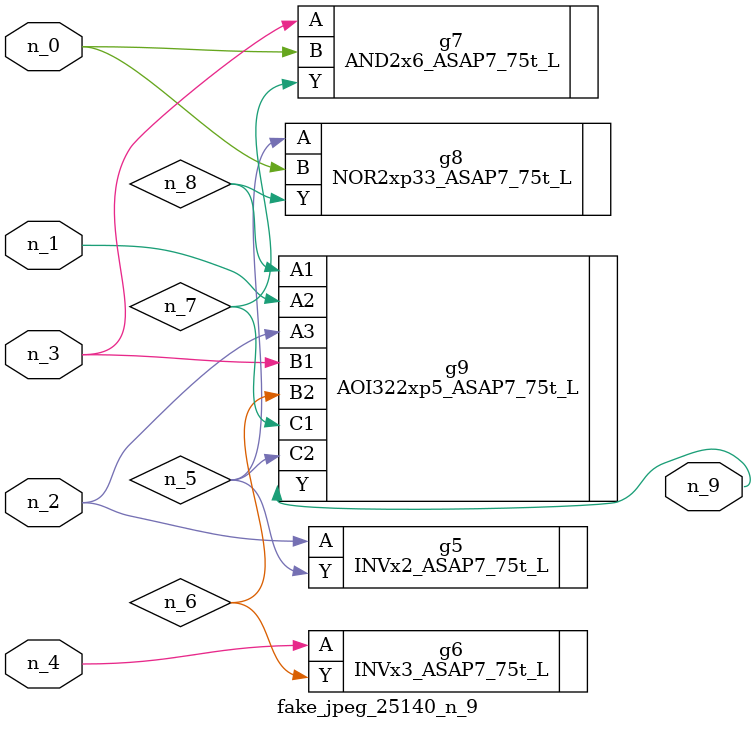
<source format=v>
module fake_jpeg_25140_n_9 (n_3, n_2, n_1, n_0, n_4, n_9);

input n_3;
input n_2;
input n_1;
input n_0;
input n_4;

output n_9;

wire n_8;
wire n_6;
wire n_5;
wire n_7;

INVx2_ASAP7_75t_L g5 ( 
.A(n_2),
.Y(n_5)
);

INVx3_ASAP7_75t_L g6 ( 
.A(n_4),
.Y(n_6)
);

AND2x6_ASAP7_75t_L g7 ( 
.A(n_3),
.B(n_0),
.Y(n_7)
);

NOR2xp33_ASAP7_75t_L g8 ( 
.A(n_5),
.B(n_0),
.Y(n_8)
);

AOI322xp5_ASAP7_75t_L g9 ( 
.A1(n_8),
.A2(n_1),
.A3(n_2),
.B1(n_3),
.B2(n_6),
.C1(n_7),
.C2(n_5),
.Y(n_9)
);


endmodule
</source>
